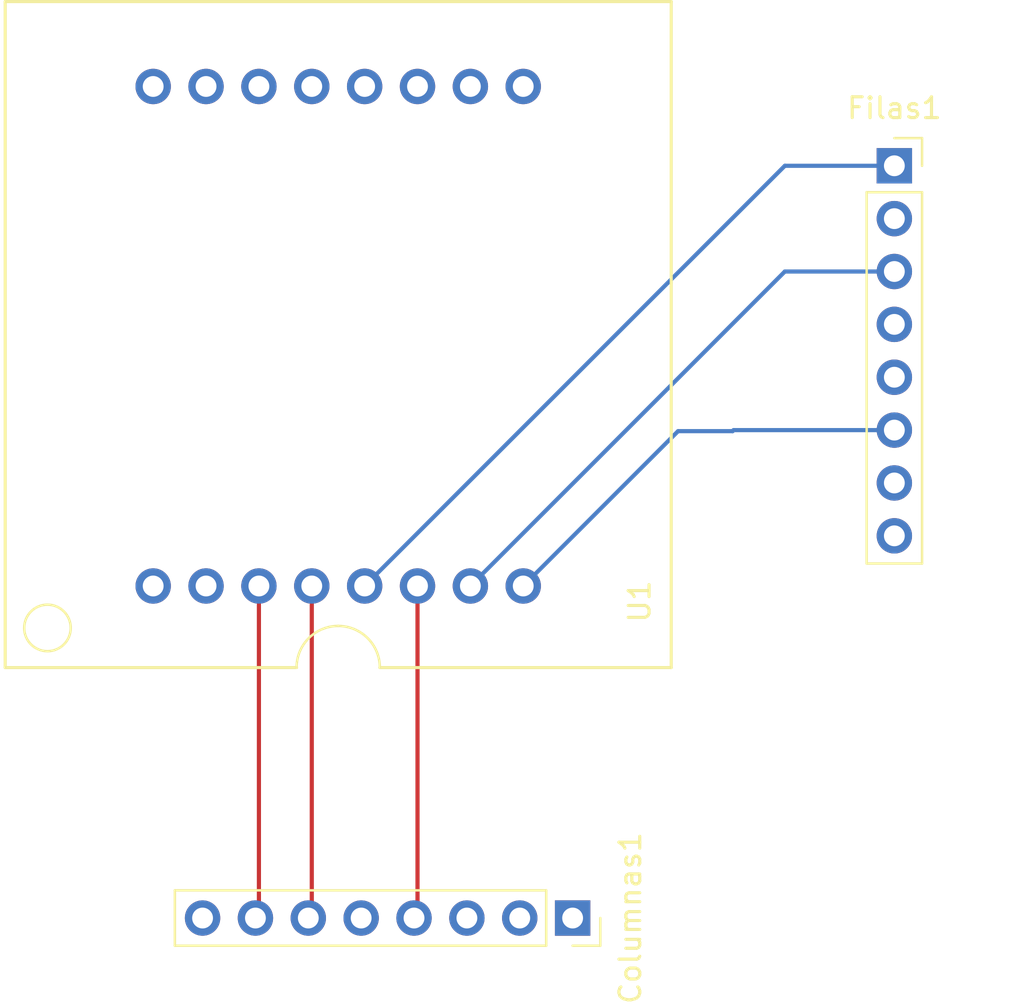
<source format=kicad_pcb>
(kicad_pcb (version 20241229) (generator "pcbnew") (generator_version "9.0")
  (layers (0 "F.Cu" signal) (2 "B.Cu" signal) (13 "F.Paste" user) (15 "B.Paste" user) (5 "F.SilkS" user "F.Silkscreen") (7 "B.SilkS" user "B.Silkscreen") (1 "F.Mask" user) (3 "B.Mask" user) (25 "Edge.Cuts" user))
  (net 0 "")
  (net 1 "Colum_2")
  (net 2 "Colum_7")
  (net 3 "Colum_3")
  (net 4 "Colum_4")
  (net 5 "Colum_0")
  (net 6 "Colum_5")
  (net 7 "Colum_1")
  (net 8 "Colum_6")
  (net 9 "Fil_1")
  (net 10 "Fil_6")
  (net 11 "Fil_5")
  (net 12 "Fil_4")
  (net 13 "Fil_0")
  (net 14 "Fil_2")
  (net 15 "Fil_3")
  (net 16 "Fil_7")
  (footprint "lib_fp:LED_1088_Pin_Header" (layer "F.Cu") (at 106.8852 79.1772 90)
    (property "Reference" "U1" (at 3.175 30.48 90) (layer "F.SilkS"))
    (property "Value" "1088AS")
    (fp_line (start 32 0) (end 0 0) (stroke (width 0.15)) (layer "F.SilkS"))
    (fp_line (start 0 0) (end 0 14) (stroke (width 0.15)) (layer "F.SilkS"))
    (fp_line (start 0 18) (end 0 32) (stroke (width 0.15)) (layer "F.SilkS"))
    (fp_line (start 32 32) (end 32 0) (stroke (width 0.15)) (layer "F.SilkS"))
    (fp_line (start 0 32) (end 32 32) (stroke (width 0.15)) (layer "F.SilkS"))
    (fp_arc (start 0 14) (mid 1.414214 14.585786) (end 2 16) (stroke (width 0.12)) (layer "F.SilkS"))
    (fp_arc (start 2 16) (mid 1.414214 17.414214) (end 0 18) (stroke (width 0.12)) (layer "F.SilkS"))
    (fp_circle (center 1.905 2.03) (end 1.905 0.911966) (stroke (width 0.12)) (fill no) (layer "F.SilkS"))
    (pad "1" thru_hole circle (at 3.92 7.11) (size 1.7 1.7) (drill 1) (layers "*.Cu" "*.Mask") (net 12 "Fil_4"))
    (pad "2" thru_hole circle (at 3.92 9.65) (size 1.7 1.7) (drill 1) (layers "*.Cu" "*.Mask") (net 10 "Fil_6"))
    (pad "3" thru_hole circle (at 3.92 12.19) (size 1.7 1.7) (drill 1) (layers "*.Cu" "*.Mask") (net 7 "Colum_1"))
    (pad "4" thru_hole circle (at 3.92 14.73) (size 1.7 1.7) (drill 1) (layers "*.Cu" "*.Mask") (net 1 "Colum_2"))
    (pad "5" thru_hole circle (at 3.92 17.27) (size 1.7 1.7) (drill 1) (layers "*.Cu" "*.Mask") (net 16 "Fil_7"))
    (pad "6" thru_hole circle (at 3.92 19.81) (size 1.7 1.7) (drill 1) (layers "*.Cu" "*.Mask") (net 4 "Colum_4"))
    (pad "7" thru_hole circle (at 3.92 22.35) (size 1.7 1.7) (drill 1) (layers "*.Cu" "*.Mask") (net 11 "Fil_5"))
    (pad "8" thru_hole circle (at 3.92 24.89) (size 1.7 1.7) (drill 1) (layers "*.Cu" "*.Mask") (net 14 "Fil_2"))
    (pad "9" thru_hole circle (at 27.92 24.89) (size 1.7 1.7) (drill 1) (layers "*.Cu" "*.Mask") (net 13 "Fil_0"))
    (pad "10" thru_hole circle (at 27.92 22.35) (size 1.7 1.7) (drill 1) (layers "*.Cu" "*.Mask") (net 3 "Colum_3"))
    (pad "11" thru_hole circle (at 27.92 19.81) (size 1.7 1.7) (drill 1) (layers "*.Cu" "*.Mask") (net 6 "Colum_5"))
    (pad "12" thru_hole circle (at 27.92 17.27) (size 1.7 1.7) (drill 1) (layers "*.Cu" "*.Mask") (net 15 "Fil_3"))
    (pad "13" thru_hole circle (at 27.92 14.73) (size 1.7 1.7) (drill 1) (layers "*.Cu" "*.Mask") (net 5 "Colum_0"))
    (pad "14" thru_hole circle (at 27.92 12.19) (size 1.7 1.7) (drill 1) (layers "*.Cu" "*.Mask") (net 9 "Fil_1"))
    (pad "15" thru_hole circle (at 27.92 9.65) (size 1.7 1.7) (drill 1) (layers "*.Cu" "*.Mask") (net 8 "Colum_6"))
    (pad "16" thru_hole circle (at 27.92 7.11) (size 1.7 1.7) (drill 1) (layers "*.Cu" "*.Mask") (net 2 "Colum_7"))
  )
  (footprint "Connector_PinSocket_2.54mm:PinSocket_1x08_P2.54mm_Vertical" (layer "F.Cu") (at 149.606 55.0672)
    (property "Reference" "Filas1" (at 0 -2.77 0) (layer "F.SilkS"))
    (property "Value" "Conn_01x08_Pin")
    (fp_line (start -1.33 1.27) (end -1.33 19.11) (stroke (width 0.12)) (layer "F.SilkS"))
    (fp_line (start -1.33 1.27) (end 1.33 1.27) (stroke (width 0.12)) (layer "F.SilkS"))
    (fp_line (start -1.33 19.11) (end 1.33 19.11) (stroke (width 0.12)) (layer "F.SilkS"))
    (fp_line (start 0 -1.33) (end 1.33 -1.33) (stroke (width 0.12)) (layer "F.SilkS"))
    (fp_line (start 1.33 -1.33) (end 1.33 0) (stroke (width 0.12)) (layer "F.SilkS"))
    (fp_line (start 1.33 1.27) (end 1.33 19.11) (stroke (width 0.12)) (layer "F.SilkS"))
    (pad "1" thru_hole rect (at 0 0) (size 1.7 1.7) (drill 1) (layers "*.Cu" "*.Mask") (net 16 "Fil_7"))
    (pad "2" thru_hole circle (at 0 2.54) (size 1.7 1.7) (drill 1) (layers "*.Cu" "*.Mask") (net 10 "Fil_6"))
    (pad "3" thru_hole circle (at 0 5.08) (size 1.7 1.7) (drill 1) (layers "*.Cu" "*.Mask") (net 11 "Fil_5"))
    (pad "4" thru_hole circle (at 0 7.62) (size 1.7 1.7) (drill 1) (layers "*.Cu" "*.Mask") (net 12 "Fil_4"))
    (pad "5" thru_hole circle (at 0 10.16) (size 1.7 1.7) (drill 1) (layers "*.Cu" "*.Mask") (net 15 "Fil_3"))
    (pad "6" thru_hole circle (at 0 12.7) (size 1.7 1.7) (drill 1) (layers "*.Cu" "*.Mask") (net 14 "Fil_2"))
    (pad "7" thru_hole circle (at 0 15.24) (size 1.7 1.7) (drill 1) (layers "*.Cu" "*.Mask") (net 9 "Fil_1"))
    (pad "8" thru_hole circle (at 0 17.78) (size 1.7 1.7) (drill 1) (layers "*.Cu" "*.Mask") (net 13 "Fil_0"))
  )
  (footprint "Connector_PinSocket_2.54mm:PinSocket_1x08_P2.54mm_Vertical" (layer "F.Cu") (at 134.1478 91.211 -90)
    (property "Reference" "Columnas1" (at 0 -2.77 90) (layer "F.SilkS"))
    (property "Value" "Conn_01x08_Pin" (hide yes))
    (fp_line (start -1.33 19.11) (end 1.33 19.11) (stroke (width 0.12)) (layer "F.SilkS"))
    (fp_line (start -1.33 1.27) (end -1.33 19.11) (stroke (width 0.12)) (layer "F.SilkS"))
    (fp_line (start -1.33 1.27) (end 1.33 1.27) (stroke (width 0.12)) (layer "F.SilkS"))
    (fp_line (start 1.33 1.27) (end 1.33 19.11) (stroke (width 0.12)) (layer "F.SilkS"))
    (fp_line (start 0 -1.33) (end 1.33 -1.33) (stroke (width 0.12)) (layer "F.SilkS"))
    (fp_line (start 1.33 -1.33) (end 1.33 0) (stroke (width 0.12)) (layer "F.SilkS"))
    (pad "1" thru_hole rect (at 0 0 270) (size 1.7 1.7) (drill 1) (layers "*.Cu" "*.Mask") (net 2 "Colum_7"))
    (pad "2" thru_hole circle (at 0 2.54 270) (size 1.7 1.7) (drill 1) (layers "*.Cu" "*.Mask") (net 8 "Colum_6"))
    (pad "3" thru_hole circle (at 0 5.08 270) (size 1.7 1.7) (drill 1) (layers "*.Cu" "*.Mask") (net 6 "Colum_5"))
    (pad "4" thru_hole circle (at 0 7.62 270) (size 1.7 1.7) (drill 1) (layers "*.Cu" "*.Mask") (net 4 "Colum_4"))
    (pad "5" thru_hole circle (at 0 10.16 270) (size 1.7 1.7) (drill 1) (layers "*.Cu" "*.Mask") (net 3 "Colum_3"))
    (pad "6" thru_hole circle (at 0 12.7 270) (size 1.7 1.7) (drill 1) (layers "*.Cu" "*.Mask") (net 1 "Colum_2"))
    (pad "7" thru_hole circle (at 0 15.24 270) (size 1.7 1.7) (drill 1) (layers "*.Cu" "*.Mask") (net 7 "Colum_1"))
    (pad "8" thru_hole circle (at 0 17.78 270) (size 1.7 1.7) (drill 1) (layers "*.Cu" "*.Mask") (net 5 "Colum_0"))
  )
  (segment (start 121.6152 91.0436) (end 121.4478 91.211) (width 0.2) (layer "F.Cu") (net 1))
  (segment (start 121.6152 75.2572) (end 121.6152 91.0436) (width 0.2) (layer "F.Cu") (net 1))
  (segment (start 126.6952 91.0436) (end 126.5278 91.211) (width 0.2) (layer "F.Cu") (net 4))
  (segment (start 126.6952 75.2572) (end 126.6952 91.0436) (width 0.2) (layer "F.Cu") (net 4))
  (segment (start 119.0752 91.0436) (end 118.9078 91.211) (width 0.2) (layer "F.Cu") (net 7))
  (segment (start 119.0752 75.2572) (end 119.0752 91.0436) (width 0.2) (layer "F.Cu") (net 7))
  (segment (start 149.606 70.3072) (end 149.606 70.2564) (width 0.2) (layer "F.Cu") (net 9))
  (segment (start 149.352 57.6072) (end 149.3012 57.658) (width 0.2) (layer "F.Cu") (net 10))
  (segment (start 149.606 57.6072) (end 149.352 57.6072) (width 0.2) (layer "F.Cu") (net 10))
  (segment (start 149.606 60.1472) (end 144.3452 60.1472) (width 0.2) (layer "B.Cu") (net 11))
  (segment (start 144.3452 60.1472) (end 129.2352 75.2572) (width 0.2) (layer "B.Cu") (net 11))
  (segment (start 149.606 62.6872) (end 149.606 62.6364) (width 0.2) (layer "F.Cu") (net 12))
  (segment (start 149.606 62.6364) (end 149.9616 62.2808) (width 0.2) (layer "F.Cu") (net 12))
  (segment (start 149.606 72.8472) (end 149.2504 72.8472) (width 0.2) (layer "F.Cu") (net 13))
  (segment (start 149.2504 72.8472) (end 149.098 72.9996) (width 0.2) (layer "F.Cu") (net 13))
  (segment (start 141.8336 67.818) (end 139.2144 67.818) (width 0.2) (layer "B.Cu") (net 14))
  (segment (start 141.8844 67.7672) (end 141.8336 67.818) (width 0.2) (layer "B.Cu") (net 14))
  (segment (start 139.2144 67.818) (end 131.7752 75.2572) (width 0.2) (layer "B.Cu") (net 14))
  (segment (start 149.606 67.7672) (end 141.8844 67.7672) (width 0.2) (layer "B.Cu") (net 14))
  (segment (start 149.606 65.278) (end 149.86 65.532) (width 0.2) (layer "F.Cu") (net 15))
  (segment (start 149.606 65.2272) (end 149.606 65.278) (width 0.2) (layer "F.Cu") (net 15))
  (segment (start 149.606 55.0672) (end 144.3452 55.0672) (width 0.2) (layer "B.Cu") (net 16))
  (segment (start 144.3452 55.0672) (end 124.1552 75.2572) (width 0.2) (layer "B.Cu") (net 16))
)
</source>
